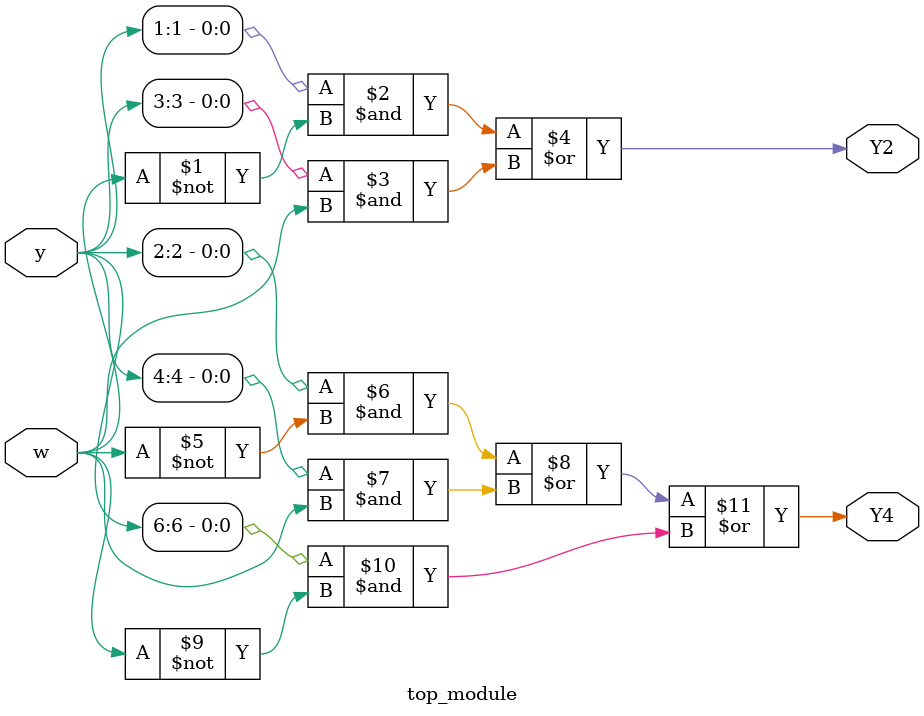
<source format=sv>
module top_module (
    input [6:1] y,
    input w,
    output Y2,
    output Y4
);

// Next-state logic for y[2] (state B and C)
assign Y2 = (y[1] & ~w) | (y[3] & w);

// Next-state logic for y[4] (state D, E, and F)
assign Y4 = (y[2] & ~w) | (y[4] & w) | (y[6] & ~w);

endmodule

</source>
